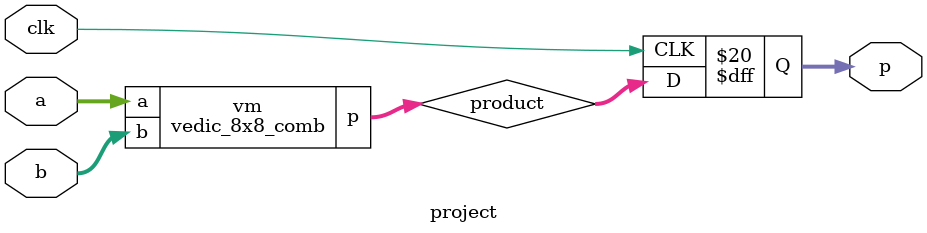
<source format=v>
module half_adder(input a, input b, output sum, output carry);
    xor(sum, a, b);
    and(carry, a, b);
endmodule

// Full Adder using gate-level modeling
module full_adder(input a, input b, input cin, output sum, output carry);
    wire s1, c1, c2;

    xor(s1, a, b);
    xor(sum, s1, cin);
    and(c1, a, b);
    and(c2, s1, cin);
    or(carry, c1, c2);
endmodule

// 2x2 Vedic Multiplier using gate-level modeling
module vedic_2x2(input [1:0] a, input [1:0] b, output [3:0] p);
    wire w0, w1, w2, w3;
    wire s1, c1;

    and(w0, a[0], b[0]);
    and(w1, a[1], b[0]);
    and(w2, a[0], b[1]);
    and(w3, a[1], b[1]);

    half_adder ha1(.a(w1), .b(w2), .sum(s1), .carry(c1));

    assign p[0] = w0;
    assign p[1] = s1;

    wire s2, c2;
    half_adder ha2(.a(c1), .b(w3), .sum(s2), .carry(c2));

    assign p[2] = s2;
    assign p[3] = c2;
endmodule

// 4x4 Vedic Multiplier using 2x2 multipliers
module vedic_4x4(input [3:0] a, input [3:0] b, output [7:0] p);
    wire [3:0] m0, m1, m2, m3;
    wire [7:0] temp1, temp2, temp3;

    vedic_2x2 u0(.a(a[1:0]), .b(b[1:0]), .p(m0));
    vedic_2x2 u1(.a(a[3:2]), .b(b[1:0]), .p(m1));
    vedic_2x2 u2(.a(a[1:0]), .b(b[3:2]), .p(m2));
    vedic_2x2 u3(.a(a[3:2]), .b(b[3:2]), .p(m3));

    assign temp1 = {4'b0000, m0};
    assign temp2 = temp1 + ({4'b0000, m1} << 2);
    assign temp3 = temp2 + ({4'b0000, m2} << 2);
    assign p = temp3 + ({4'b0000, m3} << 4);
endmodule

// 8x8 Vedic Multiplier using 4x4 multipliers
module vedic_8x8_comb(input [7:0] a, input [7:0] b, output [15:0] p);
    wire [7:0] m0, m1, m2, m3;
    wire [15:0] temp1, temp2, temp3;

    vedic_4x4 u0(.a(a[3:0]), .b(b[3:0]), .p(m0));
    vedic_4x4 u1(.a(a[7:4]), .b(b[3:0]), .p(m1));
    vedic_4x4 u2(.a(a[3:0]), .b(b[7:4]), .p(m2));
    vedic_4x4 u3(.a(a[7:4]), .b(b[7:4]), .p(m3));

    assign temp1 = {8'b0, m0};
    assign temp2 = temp1 + ({8'b0, m1} << 4);
    assign temp3 = temp2 + ({8'b0, m2} << 4);
    assign p = temp3 + ({8'b0, m3} << 8);
endmodule

// Top-level project module with clocked output
module project(
    input clk,
    input [7:0] a,
    input [7:0] b,
    output reg [15:0] p
);
    wire [15:0] product;
    vedic_8x8_comb vm(.a(a), .b(b), .p(product));

    always @(posedge clk) begin
        p <= product;
    end
endmodule

</source>
